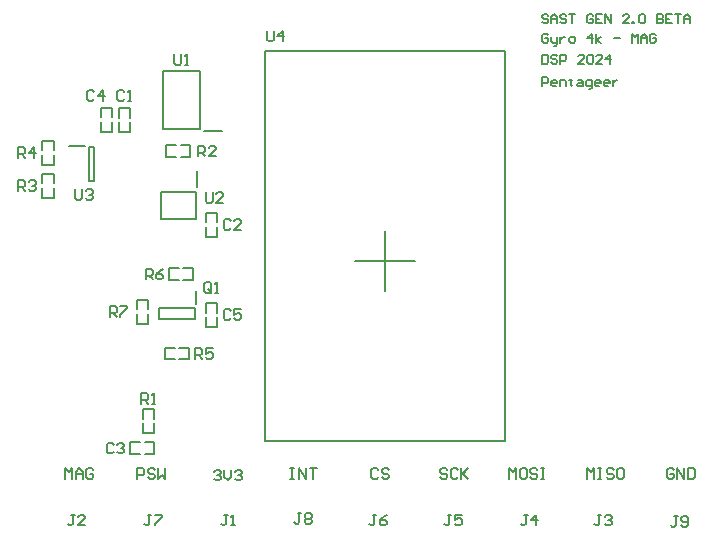
<source format=gto>
G04*
G04 #@! TF.GenerationSoftware,Altium Limited,Altium Designer,24.2.2 (26)*
G04*
G04 Layer_Color=65535*
%FSLAX44Y44*%
%MOMM*%
G71*
G04*
G04 #@! TF.SameCoordinates,A8C72FA6-E4A7-4B70-B5D1-2EACB2D35129*
G04*
G04*
G04 #@! TF.FilePolarity,Positive*
G04*
G01*
G75*
%ADD10C,0.2000*%
%ADD11C,0.1524*%
%ADD12C,0.1778*%
%ADD13C,0.2032*%
D10*
X-268220Y96890D02*
X-254220D01*
X-250720Y67390D02*
Y96390D01*
Y67390D02*
X-246720D01*
Y96390D01*
X-250720D02*
X-246720D01*
X-153220Y110090D02*
X-138220D01*
X-156720Y111390D02*
Y160390D01*
X-188720D02*
X-156720D01*
X-188720Y111390D02*
Y160390D01*
Y111390D02*
X-156720D01*
X-159760Y61990D02*
Y76240D01*
X-190260Y58490D02*
X-160260D01*
X-190260Y35490D02*
Y58490D01*
Y35490D02*
X-160260D01*
Y58490D01*
X-160280Y-36330D02*
Y-25700D01*
X-191650Y-39830D02*
X-161410D01*
X-191650Y-49070D02*
Y-39830D01*
Y-49070D02*
X-161410D01*
Y-39830D01*
D11*
X-290576Y53340D02*
Y61787D01*
Y53340D02*
X-281047D01*
X-280924Y53463D02*
Y61853D01*
X-281047Y53340D02*
X-280924Y53463D01*
Y65505D02*
Y73660D01*
X-290576D02*
X-280924D01*
X-290576Y65478D02*
Y73660D01*
X-290576Y81200D02*
Y89647D01*
Y81200D02*
X-281047D01*
X-280924Y81323D02*
Y89713D01*
X-281047Y81200D02*
X-280924Y81323D01*
Y93365D02*
Y101520D01*
X-290576D02*
X-280924D01*
X-290576Y93338D02*
Y101520D01*
X-216154Y109220D02*
Y117402D01*
X-225806Y109220D02*
X-216154D01*
X-225806D02*
Y117375D01*
Y129417D02*
X-225683Y129540D01*
X-225806Y121027D02*
Y129417D01*
X-225683Y129540D02*
X-216154D01*
Y121093D02*
Y129540D01*
X-241046Y121358D02*
Y129540D01*
X-231394D01*
Y121385D02*
Y129540D01*
X-231517Y109220D02*
X-231394Y109343D01*
Y117733D01*
X-241046Y109220D02*
X-231517D01*
X-241046D02*
Y117667D01*
X-173282Y97536D02*
X-165100D01*
Y87884D02*
Y97536D01*
X-173255Y87884D02*
X-165100D01*
X-185420Y88007D02*
X-185297Y87884D01*
X-176907D01*
X-185420Y88007D02*
Y97536D01*
X-176973D01*
X-152146Y32458D02*
Y40640D01*
X-142494D01*
Y32485D02*
Y40640D01*
X-142617Y20320D02*
X-142494Y20443D01*
Y28833D01*
X-152146Y20320D02*
X-142617D01*
X-152146D02*
Y28767D01*
X-182880Y-16256D02*
X-174698D01*
X-182880D02*
Y-6604D01*
X-174725D01*
X-162683D02*
X-162560Y-6727D01*
X-171073Y-6604D02*
X-162683D01*
X-162560Y-16256D02*
Y-6727D01*
X-171007Y-16256D02*
X-162560D01*
X-210566Y-41282D02*
Y-33100D01*
X-200914D01*
Y-41255D02*
Y-33100D01*
X-201037Y-53420D02*
X-200914Y-53297D01*
Y-44907D01*
X-210566Y-53420D02*
X-201037D01*
X-210566D02*
Y-44973D01*
X-142494Y-55880D02*
Y-47698D01*
X-152146Y-55880D02*
X-142494D01*
X-152146D02*
Y-47725D01*
Y-35683D02*
X-152023Y-35560D01*
X-152146Y-44073D02*
Y-35683D01*
X-152023Y-35560D02*
X-142494D01*
Y-44007D02*
Y-35560D01*
X-174552Y-73914D02*
X-166370D01*
Y-83566D02*
Y-73914D01*
X-174525Y-83566D02*
X-166370D01*
X-186690Y-83443D02*
X-186567Y-83566D01*
X-178177D01*
X-186690Y-83443D02*
Y-73914D01*
X-178243D01*
X-205486Y-133912D02*
Y-125730D01*
X-195834D01*
Y-133885D02*
Y-125730D01*
X-195957Y-146050D02*
X-195834Y-145927D01*
Y-137537D01*
X-205486Y-146050D02*
X-195957D01*
X-205486D02*
Y-137603D01*
X-203842Y-153924D02*
X-195660D01*
Y-163576D02*
Y-153924D01*
X-203815Y-163576D02*
X-195660D01*
X-215980Y-163453D02*
X-215857Y-163576D01*
X-207467D01*
X-215980Y-163453D02*
Y-153924D01*
X-207533D01*
X-101600Y-152400D02*
X101600D01*
Y177800D01*
X-101600D02*
X101600D01*
X-101600Y-152400D02*
Y177800D01*
X0Y-25400D02*
Y25400D01*
X-25400Y0D02*
X25400D01*
D12*
X132588Y174496D02*
Y166878D01*
X136397D01*
X137666Y168148D01*
Y173226D01*
X136397Y174496D01*
X132588D01*
X145284Y173226D02*
X144014Y174496D01*
X141475D01*
X140205Y173226D01*
Y171956D01*
X141475Y170687D01*
X144014D01*
X145284Y169417D01*
Y168148D01*
X144014Y166878D01*
X141475D01*
X140205Y168148D01*
X147823Y166878D02*
Y174496D01*
X151632D01*
X152901Y173226D01*
Y170687D01*
X151632Y169417D01*
X147823D01*
X168137Y166878D02*
X163058D01*
X168137Y171956D01*
Y173226D01*
X166867Y174496D01*
X164328D01*
X163058Y173226D01*
X170676D02*
X171945Y174496D01*
X174485D01*
X175754Y173226D01*
Y168148D01*
X174485Y166878D01*
X171945D01*
X170676Y168148D01*
Y173226D01*
X183372Y166878D02*
X178293D01*
X183372Y171956D01*
Y173226D01*
X182102Y174496D01*
X179563D01*
X178293Y173226D01*
X189720Y166878D02*
Y174496D01*
X185911Y170687D01*
X190989D01*
X132588Y147827D02*
Y155445D01*
X136397D01*
X137666Y154175D01*
Y151636D01*
X136397Y150366D01*
X132588D01*
X144014Y147827D02*
X141475D01*
X140205Y149097D01*
Y151636D01*
X141475Y152906D01*
X144014D01*
X145284Y151636D01*
Y150366D01*
X140205D01*
X147823Y147827D02*
Y152906D01*
X151632D01*
X152901Y151636D01*
Y147827D01*
X156710Y154175D02*
Y152906D01*
X155441D01*
X157980D01*
X156710D01*
Y149097D01*
X157980Y147827D01*
X163058Y152906D02*
X165597D01*
X166867Y151636D01*
Y147827D01*
X163058D01*
X161789Y149097D01*
X163058Y150366D01*
X166867D01*
X171945Y145288D02*
X173215D01*
X174484Y146558D01*
Y152906D01*
X170676D01*
X169406Y151636D01*
Y149097D01*
X170676Y147827D01*
X174484D01*
X180832D02*
X178293D01*
X177024Y149097D01*
Y151636D01*
X178293Y152906D01*
X180832D01*
X182102Y151636D01*
Y150366D01*
X177024D01*
X188450Y147827D02*
X185911D01*
X184641Y149097D01*
Y151636D01*
X185911Y152906D01*
X188450D01*
X189720Y151636D01*
Y150366D01*
X184641D01*
X192259Y152906D02*
Y147827D01*
Y150366D01*
X193528Y151636D01*
X194798Y152906D01*
X196068D01*
X137666Y207516D02*
X136397Y208785D01*
X133858D01*
X132588Y207516D01*
Y206246D01*
X133858Y204977D01*
X136397D01*
X137666Y203707D01*
Y202438D01*
X136397Y201168D01*
X133858D01*
X132588Y202438D01*
X140205Y201168D02*
Y206246D01*
X142745Y208785D01*
X145284Y206246D01*
Y201168D01*
Y204977D01*
X140205D01*
X152901Y207516D02*
X151632Y208785D01*
X149093D01*
X147823Y207516D01*
Y206246D01*
X149093Y204977D01*
X151632D01*
X152901Y203707D01*
Y202438D01*
X151632Y201168D01*
X149093D01*
X147823Y202438D01*
X155441Y208785D02*
X160519D01*
X157980D01*
Y201168D01*
X175754Y207516D02*
X174485Y208785D01*
X171945D01*
X170676Y207516D01*
Y202438D01*
X171945Y201168D01*
X174485D01*
X175754Y202438D01*
Y204977D01*
X173215D01*
X183372Y208785D02*
X178293D01*
Y201168D01*
X183372D01*
X178293Y204977D02*
X180832D01*
X185911Y201168D02*
Y208785D01*
X190989Y201168D01*
Y208785D01*
X206224Y201168D02*
X201146D01*
X206224Y206246D01*
Y207516D01*
X204955Y208785D01*
X202415D01*
X201146Y207516D01*
X208763Y201168D02*
Y202438D01*
X210033D01*
Y201168D01*
X208763D01*
X215111Y207516D02*
X216381Y208785D01*
X218920D01*
X220190Y207516D01*
Y202438D01*
X218920Y201168D01*
X216381D01*
X215111Y202438D01*
Y207516D01*
X230346Y208785D02*
Y201168D01*
X234155D01*
X235425Y202438D01*
Y203707D01*
X234155Y204977D01*
X230346D01*
X234155D01*
X235425Y206246D01*
Y207516D01*
X234155Y208785D01*
X230346D01*
X243042D02*
X237964D01*
Y201168D01*
X243042D01*
X237964Y204977D02*
X240503D01*
X245581Y208785D02*
X250660D01*
X248121D01*
Y201168D01*
X253199D02*
Y206246D01*
X255738Y208785D01*
X258277Y206246D01*
Y201168D01*
Y204977D01*
X253199D01*
X137664Y191005D02*
X136394Y192275D01*
X133855D01*
X132585Y191005D01*
Y185927D01*
X133855Y184657D01*
X136394D01*
X137664Y185927D01*
Y188466D01*
X135125D01*
X140203Y189736D02*
Y185927D01*
X141473Y184657D01*
X145281D01*
Y183388D01*
X144012Y182118D01*
X142742D01*
X145281Y184657D02*
Y189736D01*
X147821D02*
Y184657D01*
Y187196D01*
X149090Y188466D01*
X150360Y189736D01*
X151629D01*
X156708Y184657D02*
X159247D01*
X160516Y185927D01*
Y188466D01*
X159247Y189736D01*
X156708D01*
X155438Y188466D01*
Y185927D01*
X156708Y184657D01*
X174482D02*
Y192275D01*
X170673Y188466D01*
X175752D01*
X178291Y184657D02*
Y192275D01*
Y187196D02*
X182099Y189736D01*
X178291Y187196D02*
X182099Y184657D01*
X193526Y188466D02*
X198604D01*
X208761Y184657D02*
Y192275D01*
X211300Y189736D01*
X213839Y192275D01*
Y184657D01*
X216378D02*
Y189736D01*
X218918Y192275D01*
X221457Y189736D01*
Y184657D01*
Y188466D01*
X216378D01*
X229074Y191005D02*
X227805Y192275D01*
X225266D01*
X223996Y191005D01*
Y185927D01*
X225266Y184657D01*
X227805D01*
X229074Y185927D01*
Y188466D01*
X226535D01*
D13*
X244177Y-177252D02*
X242696Y-175771D01*
X239733D01*
X238252Y-177252D01*
Y-183177D01*
X239733Y-184658D01*
X242696D01*
X244177Y-183177D01*
Y-180214D01*
X241214D01*
X247139Y-184658D02*
Y-175771D01*
X253064Y-184658D01*
Y-175771D01*
X256026D02*
Y-184658D01*
X260470D01*
X261951Y-183177D01*
Y-177252D01*
X260470Y-175771D01*
X256026D01*
X170942Y-184658D02*
Y-175771D01*
X173904Y-178733D01*
X176867Y-175771D01*
Y-184658D01*
X179829Y-175771D02*
X182792D01*
X181310D01*
Y-184658D01*
X179829D01*
X182792D01*
X193160Y-177252D02*
X191679Y-175771D01*
X188716D01*
X187235Y-177252D01*
Y-178733D01*
X188716Y-180214D01*
X191679D01*
X193160Y-181696D01*
Y-183177D01*
X191679Y-184658D01*
X188716D01*
X187235Y-183177D01*
X200566Y-175771D02*
X197603D01*
X196122Y-177252D01*
Y-183177D01*
X197603Y-184658D01*
X200566D01*
X202047Y-183177D01*
Y-177252D01*
X200566Y-175771D01*
X104902Y-184658D02*
Y-175771D01*
X107864Y-178733D01*
X110827Y-175771D01*
Y-184658D01*
X118233Y-175771D02*
X115270D01*
X113789Y-177252D01*
Y-183177D01*
X115270Y-184658D01*
X118233D01*
X119714Y-183177D01*
Y-177252D01*
X118233Y-175771D01*
X128601Y-177252D02*
X127120Y-175771D01*
X124157D01*
X122676Y-177252D01*
Y-178733D01*
X124157Y-180214D01*
X127120D01*
X128601Y-181696D01*
Y-183177D01*
X127120Y-184658D01*
X124157D01*
X122676Y-183177D01*
X131563Y-175771D02*
X134526D01*
X133045D01*
Y-184658D01*
X131563D01*
X134526D01*
X52407Y-177252D02*
X50926Y-175771D01*
X47963D01*
X46482Y-177252D01*
Y-178733D01*
X47963Y-180214D01*
X50926D01*
X52407Y-181696D01*
Y-183177D01*
X50926Y-184658D01*
X47963D01*
X46482Y-183177D01*
X61294Y-177252D02*
X59813Y-175771D01*
X56850D01*
X55369Y-177252D01*
Y-183177D01*
X56850Y-184658D01*
X59813D01*
X61294Y-183177D01*
X64256Y-175771D02*
Y-184658D01*
Y-181696D01*
X70181Y-175771D01*
X65737Y-180214D01*
X70181Y-184658D01*
X-6013Y-177252D02*
X-7494Y-175771D01*
X-10457D01*
X-11938Y-177252D01*
Y-183177D01*
X-10457Y-184658D01*
X-7494D01*
X-6013Y-183177D01*
X2874Y-177252D02*
X1393Y-175771D01*
X-1570D01*
X-3051Y-177252D01*
Y-178733D01*
X-1570Y-180214D01*
X1393D01*
X2874Y-181696D01*
Y-183177D01*
X1393Y-184658D01*
X-1570D01*
X-3051Y-183177D01*
X-80518Y-175771D02*
X-77556D01*
X-79037D01*
Y-184658D01*
X-80518D01*
X-77556D01*
X-73112D02*
Y-175771D01*
X-67187Y-184658D01*
Y-175771D01*
X-64225D02*
X-58300D01*
X-61263D01*
Y-184658D01*
X-145288Y-178522D02*
X-143807Y-177041D01*
X-140844D01*
X-139363Y-178522D01*
Y-180003D01*
X-140844Y-181484D01*
X-142326D01*
X-140844D01*
X-139363Y-182966D01*
Y-184447D01*
X-140844Y-185928D01*
X-143807D01*
X-145288Y-184447D01*
X-136401Y-177041D02*
Y-182966D01*
X-133439Y-185928D01*
X-130476Y-182966D01*
Y-177041D01*
X-127514Y-178522D02*
X-126033Y-177041D01*
X-123070D01*
X-121589Y-178522D01*
Y-180003D01*
X-123070Y-181484D01*
X-124551D01*
X-123070D01*
X-121589Y-182966D01*
Y-184447D01*
X-123070Y-185928D01*
X-126033D01*
X-127514Y-184447D01*
X-271018Y-184658D02*
Y-175771D01*
X-268056Y-178733D01*
X-265093Y-175771D01*
Y-184658D01*
X-262131D02*
Y-178733D01*
X-259168Y-175771D01*
X-256206Y-178733D01*
Y-184658D01*
Y-180214D01*
X-262131D01*
X-247319Y-177252D02*
X-248800Y-175771D01*
X-251763D01*
X-253244Y-177252D01*
Y-183177D01*
X-251763Y-184658D01*
X-248800D01*
X-247319Y-183177D01*
Y-180214D01*
X-250281D01*
X-210058Y-184658D02*
Y-175771D01*
X-205614D01*
X-204133Y-177252D01*
Y-180214D01*
X-205614Y-181696D01*
X-210058D01*
X-195246Y-177252D02*
X-196727Y-175771D01*
X-199690D01*
X-201171Y-177252D01*
Y-178733D01*
X-199690Y-180214D01*
X-196727D01*
X-195246Y-181696D01*
Y-183177D01*
X-196727Y-184658D01*
X-199690D01*
X-201171Y-183177D01*
X-192284Y-175771D02*
Y-184658D01*
X-189321Y-181696D01*
X-186359Y-184658D01*
Y-175771D01*
X247439Y-216536D02*
X244476D01*
X245958D01*
Y-223942D01*
X244476Y-225424D01*
X242995D01*
X241514Y-223942D01*
X250401D02*
X251882Y-225424D01*
X254845D01*
X256326Y-223942D01*
Y-218018D01*
X254845Y-216536D01*
X251882D01*
X250401Y-218018D01*
Y-219499D01*
X251882Y-220980D01*
X256326D01*
X182669Y-215266D02*
X179706D01*
X181188D01*
Y-222672D01*
X179706Y-224154D01*
X178225D01*
X176744Y-222672D01*
X185631Y-216748D02*
X187112Y-215266D01*
X190075D01*
X191556Y-216748D01*
Y-218229D01*
X190075Y-219710D01*
X188594D01*
X190075D01*
X191556Y-221191D01*
Y-222672D01*
X190075Y-224154D01*
X187112D01*
X185631Y-222672D01*
X120439Y-215266D02*
X117476D01*
X118958D01*
Y-222672D01*
X117476Y-224154D01*
X115995D01*
X114514Y-222672D01*
X127845Y-224154D02*
Y-215266D01*
X123401Y-219710D01*
X129326D01*
X55669Y-215266D02*
X52706D01*
X54188D01*
Y-222672D01*
X52706Y-224154D01*
X51225D01*
X49744Y-222672D01*
X64556Y-215266D02*
X58631D01*
Y-219710D01*
X61594Y-218229D01*
X63075D01*
X64556Y-219710D01*
Y-222672D01*
X63075Y-224154D01*
X60112D01*
X58631Y-222672D01*
X-7831Y-215266D02*
X-10794D01*
X-9312D01*
Y-222672D01*
X-10794Y-224154D01*
X-12275D01*
X-13756Y-222672D01*
X1056Y-215266D02*
X-1906Y-216748D01*
X-4869Y-219710D01*
Y-222672D01*
X-3388Y-224154D01*
X-425D01*
X1056Y-222672D01*
Y-221191D01*
X-425Y-219710D01*
X-4869D01*
X-71331Y-213996D02*
X-74294D01*
X-72812D01*
Y-221402D01*
X-74294Y-222884D01*
X-75775D01*
X-77256Y-221402D01*
X-68369Y-215478D02*
X-66888Y-213996D01*
X-63925D01*
X-62444Y-215478D01*
Y-216959D01*
X-63925Y-218440D01*
X-62444Y-219921D01*
Y-221402D01*
X-63925Y-222884D01*
X-66888D01*
X-68369Y-221402D01*
Y-219921D01*
X-66888Y-218440D01*
X-68369Y-216959D01*
Y-215478D01*
X-66888Y-218440D02*
X-63925D01*
X-133350Y-215266D02*
X-136312D01*
X-134831D01*
Y-222672D01*
X-136312Y-224154D01*
X-137794D01*
X-139275Y-222672D01*
X-130388Y-224154D02*
X-127425D01*
X-128906D01*
Y-215266D01*
X-130388Y-216748D01*
X-198331Y-215266D02*
X-201294D01*
X-199812D01*
Y-222672D01*
X-201294Y-224154D01*
X-202775D01*
X-204256Y-222672D01*
X-195369Y-215266D02*
X-189444D01*
Y-216748D01*
X-195369Y-222672D01*
Y-224154D01*
X-263101Y-215266D02*
X-266064D01*
X-264582D01*
Y-222672D01*
X-266064Y-224154D01*
X-267545D01*
X-269026Y-222672D01*
X-254214Y-224154D02*
X-260139D01*
X-254214Y-218229D01*
Y-216748D01*
X-255695Y-215266D01*
X-258658D01*
X-260139Y-216748D01*
X-262676Y60324D02*
Y52918D01*
X-261195Y51436D01*
X-258232D01*
X-256751Y52918D01*
Y60324D01*
X-253789Y58842D02*
X-252308Y60324D01*
X-249345D01*
X-247864Y58842D01*
Y57361D01*
X-249345Y55880D01*
X-250826D01*
X-249345D01*
X-247864Y54399D01*
Y52918D01*
X-249345Y51436D01*
X-252308D01*
X-253789Y52918D01*
X-310936Y59056D02*
Y67944D01*
X-306492D01*
X-305011Y66462D01*
Y63500D01*
X-306492Y62019D01*
X-310936D01*
X-307974D02*
X-305011Y59056D01*
X-302049Y66462D02*
X-300568Y67944D01*
X-297605D01*
X-296124Y66462D01*
Y64981D01*
X-297605Y63500D01*
X-299086D01*
X-297605D01*
X-296124Y62019D01*
Y60538D01*
X-297605Y59056D01*
X-300568D01*
X-302049Y60538D01*
X-310936Y86996D02*
Y95884D01*
X-306492D01*
X-305011Y94402D01*
Y91440D01*
X-306492Y89959D01*
X-310936D01*
X-307974D02*
X-305011Y86996D01*
X-297605D02*
Y95884D01*
X-302049Y91440D01*
X-296124D01*
X-220980Y142662D02*
X-222461Y144144D01*
X-225424D01*
X-226905Y142662D01*
Y136738D01*
X-225424Y135256D01*
X-222461D01*
X-220980Y136738D01*
X-218018Y135256D02*
X-215055D01*
X-216536D01*
Y144144D01*
X-218018Y142662D01*
X-246591D02*
X-248072Y144144D01*
X-251035D01*
X-252516Y142662D01*
Y136738D01*
X-251035Y135256D01*
X-248072D01*
X-246591Y136738D01*
X-239185Y135256D02*
Y144144D01*
X-243629Y139700D01*
X-237704D01*
X-178645Y174624D02*
Y167218D01*
X-177164Y165736D01*
X-174201D01*
X-172720Y167218D01*
Y174624D01*
X-169758Y165736D02*
X-166795D01*
X-168276D01*
Y174624D01*
X-169758Y173142D01*
X-158536Y88266D02*
Y97154D01*
X-154092D01*
X-152611Y95672D01*
Y92710D01*
X-154092Y91229D01*
X-158536D01*
X-155574D02*
X-152611Y88266D01*
X-143724D02*
X-149649D01*
X-143724Y94191D01*
Y95672D01*
X-145205Y97154D01*
X-148168D01*
X-149649Y95672D01*
X-152186Y57784D02*
Y50378D01*
X-150705Y48896D01*
X-147742D01*
X-146261Y50378D01*
Y57784D01*
X-137374Y48896D02*
X-143299D01*
X-137374Y54821D01*
Y56302D01*
X-138855Y57784D01*
X-141818D01*
X-143299Y56302D01*
X-131021Y33442D02*
X-132502Y34924D01*
X-135465D01*
X-136946Y33442D01*
Y27518D01*
X-135465Y26036D01*
X-132502D01*
X-131021Y27518D01*
X-122134Y26036D02*
X-128059D01*
X-122134Y31961D01*
Y33442D01*
X-123615Y34924D01*
X-126578D01*
X-128059Y33442D01*
X-202986Y-15874D02*
Y-6986D01*
X-198542D01*
X-197061Y-8468D01*
Y-11430D01*
X-198542Y-12911D01*
X-202986D01*
X-200024D02*
X-197061Y-15874D01*
X-188174Y-6986D02*
X-191136Y-8468D01*
X-194099Y-11430D01*
Y-14392D01*
X-192618Y-15874D01*
X-189655D01*
X-188174Y-14392D01*
Y-12911D01*
X-189655Y-11430D01*
X-194099D01*
X-147320Y-25822D02*
Y-19898D01*
X-148801Y-18416D01*
X-151764D01*
X-153245Y-19898D01*
Y-25822D01*
X-151764Y-27304D01*
X-148801D01*
X-150282Y-24341D02*
X-147320Y-27304D01*
X-148801D02*
X-147320Y-25822D01*
X-144358Y-27304D02*
X-141395D01*
X-142876D01*
Y-18416D01*
X-144358Y-19898D01*
X-233466Y-47624D02*
Y-38736D01*
X-229022D01*
X-227541Y-40218D01*
Y-43180D01*
X-229022Y-44661D01*
X-233466D01*
X-230504D02*
X-227541Y-47624D01*
X-224579Y-38736D02*
X-218654D01*
Y-40218D01*
X-224579Y-46142D01*
Y-47624D01*
X-131021Y-42758D02*
X-132502Y-41276D01*
X-135465D01*
X-136946Y-42758D01*
Y-48682D01*
X-135465Y-50164D01*
X-132502D01*
X-131021Y-48682D01*
X-122134Y-41276D02*
X-128059D01*
Y-45720D01*
X-125096Y-44239D01*
X-123615D01*
X-122134Y-45720D01*
Y-48682D01*
X-123615Y-50164D01*
X-126578D01*
X-128059Y-48682D01*
X-161076Y-83184D02*
Y-74296D01*
X-156632D01*
X-155151Y-75778D01*
Y-78740D01*
X-156632Y-80221D01*
X-161076D01*
X-158114D02*
X-155151Y-83184D01*
X-146264Y-74296D02*
X-152189D01*
Y-78740D01*
X-149226Y-77259D01*
X-147745D01*
X-146264Y-78740D01*
Y-81702D01*
X-147745Y-83184D01*
X-150708D01*
X-152189Y-81702D01*
X-206585Y-121284D02*
Y-112396D01*
X-202141D01*
X-200660Y-113878D01*
Y-116840D01*
X-202141Y-118321D01*
X-206585D01*
X-203622D02*
X-200660Y-121284D01*
X-197698D02*
X-194735D01*
X-196216D01*
Y-112396D01*
X-197698Y-113878D01*
X-230081Y-155788D02*
X-231562Y-154306D01*
X-234525D01*
X-236006Y-155788D01*
Y-161712D01*
X-234525Y-163194D01*
X-231562D01*
X-230081Y-161712D01*
X-227119Y-155788D02*
X-225638Y-154306D01*
X-222675D01*
X-221194Y-155788D01*
Y-157269D01*
X-222675Y-158750D01*
X-224156D01*
X-222675D01*
X-221194Y-160231D01*
Y-161712D01*
X-222675Y-163194D01*
X-225638D01*
X-227119Y-161712D01*
X-100330Y194561D02*
Y187155D01*
X-98849Y185674D01*
X-95886D01*
X-94405Y187155D01*
Y194561D01*
X-86999Y185674D02*
Y194561D01*
X-91443Y190118D01*
X-85518D01*
M02*

</source>
